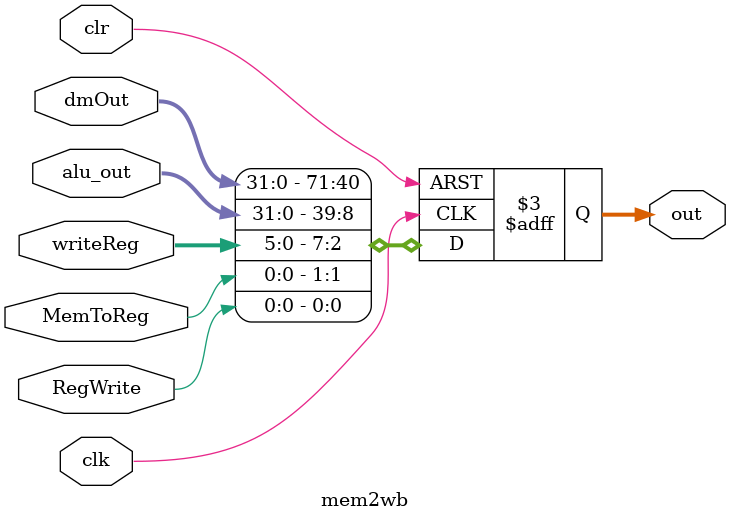
<source format=v>
`timescale 1ns / 1ns

module mem2wb(clk, clr, alu_out, dmOut, writeReg, RegWrite, MemToReg, out);
    input clk, clr;
    input RegWrite, MemToReg;
    input [5:0] writeReg;
    input [31:0] alu_out, dmOut;
    output [71:0] out;

    reg [71:0] out;
    
    always @(posedge clk or posedge clr) begin
        if(clr) begin
            out <= 72'b0;
        end else if(clk == 1) begin
            out[0:0] = RegWrite;
            out[1:1] = MemToReg;
            out[7:2] = writeReg;
            out[39:8] = alu_out;
            out[71:40] = dmOut;
        end
    end

endmodule

</source>
